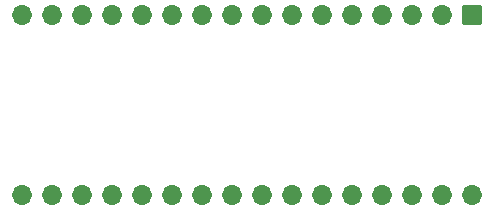
<source format=gbr>
G04 #@! TF.GenerationSoftware,KiCad,Pcbnew,(6.0.2)*
G04 #@! TF.CreationDate,2022-02-19T19:54:12+00:00*
G04 #@! TF.ProjectId,Gameboy 64KB Cart Discrete Logic Fixed Rev2,47616d65-626f-4792-9036-344b42204361,rev?*
G04 #@! TF.SameCoordinates,Original*
G04 #@! TF.FileFunction,Soldermask,Bot*
G04 #@! TF.FilePolarity,Negative*
%FSLAX46Y46*%
G04 Gerber Fmt 4.6, Leading zero omitted, Abs format (unit mm)*
G04 Created by KiCad (PCBNEW (6.0.2)) date 2022-02-19 19:54:12*
%MOMM*%
%LPD*%
G01*
G04 APERTURE LIST*
G04 Aperture macros list*
%AMRoundRect*
0 Rectangle with rounded corners*
0 $1 Rounding radius*
0 $2 $3 $4 $5 $6 $7 $8 $9 X,Y pos of 4 corners*
0 Add a 4 corners polygon primitive as box body*
4,1,4,$2,$3,$4,$5,$6,$7,$8,$9,$2,$3,0*
0 Add four circle primitives for the rounded corners*
1,1,$1+$1,$2,$3*
1,1,$1+$1,$4,$5*
1,1,$1+$1,$6,$7*
1,1,$1+$1,$8,$9*
0 Add four rect primitives between the rounded corners*
20,1,$1+$1,$2,$3,$4,$5,0*
20,1,$1+$1,$4,$5,$6,$7,0*
20,1,$1+$1,$6,$7,$8,$9,0*
20,1,$1+$1,$8,$9,$2,$3,0*%
G04 Aperture macros list end*
%ADD10RoundRect,0.051000X-0.800000X0.800000X-0.800000X-0.800000X0.800000X-0.800000X0.800000X0.800000X0*%
%ADD11O,1.702000X1.702000*%
G04 APERTURE END LIST*
D10*
X162000000Y-51750000D03*
D11*
X159460000Y-51750000D03*
X156920000Y-51750000D03*
X154380000Y-51750000D03*
X151840000Y-51750000D03*
X149300000Y-51750000D03*
X146760000Y-51750000D03*
X144220000Y-51750000D03*
X141680000Y-51750000D03*
X139140000Y-51750000D03*
X136600000Y-51750000D03*
X134060000Y-51750000D03*
X131520000Y-51750000D03*
X128980000Y-51750000D03*
X126440000Y-51750000D03*
X123900000Y-51750000D03*
X123900000Y-66990000D03*
X126440000Y-66990000D03*
X128980000Y-66990000D03*
X131520000Y-66990000D03*
X134060000Y-66990000D03*
X136600000Y-66990000D03*
X139140000Y-66990000D03*
X141680000Y-66990000D03*
X144220000Y-66990000D03*
X146760000Y-66990000D03*
X149300000Y-66990000D03*
X151840000Y-66990000D03*
X154380000Y-66990000D03*
X156920000Y-66990000D03*
X159460000Y-66990000D03*
X162000000Y-66990000D03*
M02*

</source>
